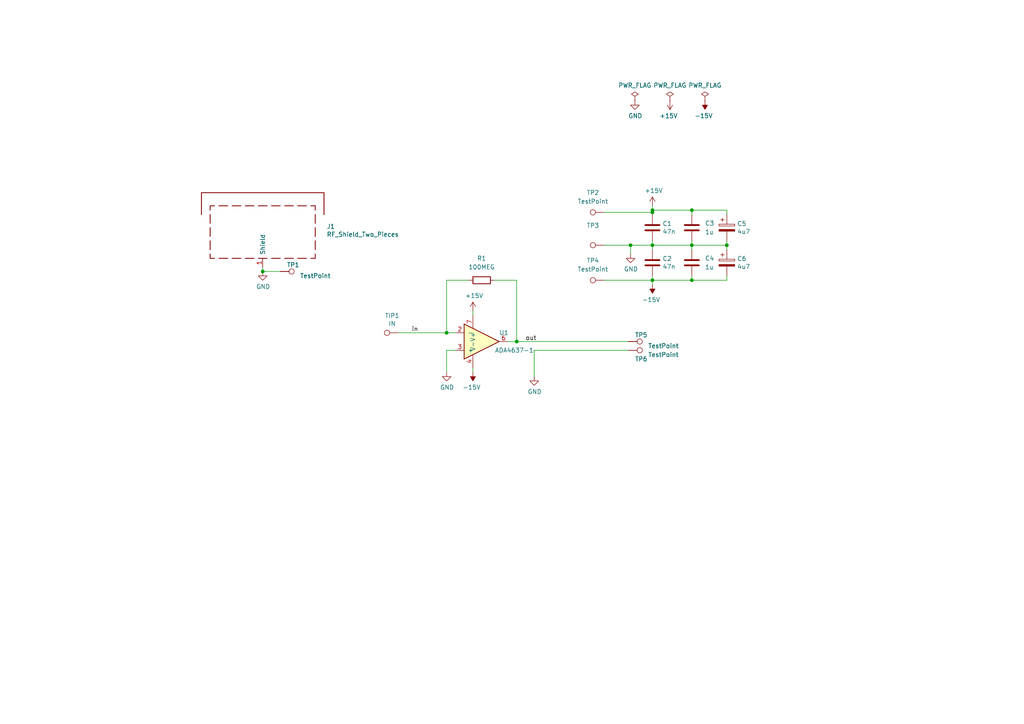
<source format=kicad_sch>
(kicad_sch (version 20230121) (generator eeschema)
  (paper "A4")
  (title_block (title "500 EUR STM Preamplifier") (date "2023-07-11") (rev "1.0") (company "mintlabs, Uni Regensburg") (comment 1 "Peter Dirnhofer, based on github jherkenhof/STM"))
  (lib_symbols
    (symbol "Connector:TestPoint" (pin_numbers hide) (pin_names (offset 0.762) hide)
      (property "Reference" "TP" (at 0 6.858 0))
      (property "Value" "TestPoint" (at 0 5.08 0))
      (symbol "TestPoint_0_1"
        (circle (center 0 3.302) (radius 0.762))
      )
      (symbol "TestPoint_1_1"
        (pin passive line (at 0 0 90) (length 2.54) (name "1") (number "1"))
      )
    )
    (symbol "Device:C" (pin_numbers hide) (pin_names (offset 0.254))
      (property "Reference" "C" (at 0.635 2.54 0))
      (property "Value" "C" (at 0.635 -2.54 0))
      (symbol "C_0_1"
        (polyline (pts (xy -2.032 -0.762) (xy 2.032 -0.762)) (stroke (width 0.508)))
        (polyline (pts (xy -2.032 0.762) (xy 2.032 0.762)) (stroke (width 0.508)))
      )
      (symbol "C_1_1"
        (pin passive line (at 0 3.81 270) (length 2.794) (name "~") (number "1"))
        (pin passive line (at 0 -3.81 90) (length 2.794) (name "~") (number "2"))
      )
    )
    (symbol "Device:R" (pin_numbers hide) (pin_names (offset 0))
      (property "Reference" "R" (at 2.032 0 90))
      (property "Value" "R" (at 0 0 90))
      (symbol "R_0_1"
        (rectangle (start -1.016 -2.54) (end 1.016 2.54) (stroke (width 0.254)))
      )
      (symbol "R_1_1"
        (pin passive line (at 0 3.81 270) (length 1.27) (name "~") (number "1"))
        (pin passive line (at 0 -3.81 90) (length 1.27) (name "~") (number "2"))
      )
    )
    (symbol "Tunnelling-Amp-rescue:CP-Device" (pin_numbers hide) (pin_names (offset 0.254))
      (property "Reference" "C" (at 0.635 2.54 0))
      (property "Value" "Device_CP" (at 0.635 -2.54 0))
      (symbol "CP-Device_0_1"
        (rectangle (start -2.286 0.508) (end 2.286 1.016))
        (polyline (pts (xy -1.778 2.286) (xy -0.762 2.286)))
        (polyline (pts (xy -1.27 2.794) (xy -1.27 1.778)))
        (rectangle (start 2.286 -0.508) (end -2.286 -1.016) (fill (type outline)))
      )
      (symbol "CP-Device_1_1"
        (pin passive line (at 0 3.81 270) (length 2.794) (name "~") (number "1"))
        (pin passive line (at 0 -3.81 90) (length 2.794) (name "~") (number "2"))
      )
    )
    (symbol "Tunnelling-Amp-rescue:RF_Shield_Two_Pieces-Device" (pin_names (offset 1.016))
      (property "Reference" "J" (at 0 5.08 0))
      (property "Value" "Device_RF_Shield_Two_Pieces" (at 0 2.54 0))
      (symbol "RF_Shield_Two_Pieces-Device_0_1"
        (polyline (pts (xy -15.24 -5.08) (xy -15.24 -2.54)) (stroke (width 0.254)))
        (polyline (pts (xy -15.24 -1.27) (xy -15.24 1.27)) (stroke (width 0.254)))
        (polyline (pts (xy -15.24 2.54) (xy -15.24 5.08)) (stroke (width 0.254)))
        (polyline (pts (xy -12.7 7.62) (xy -10.16 7.62)) (stroke (width 0.254)))
        (polyline (pts (xy -10.16 -7.62) (xy -12.7 -7.62)) (stroke (width 0.254)))
        (polyline (pts (xy -6.35 -7.62) (xy -8.89 -7.62)) (stroke (width 0.254)))
        (polyline (pts (xy -6.35 7.62) (xy -8.89 7.62)) (stroke (width 0.254)))
        (polyline (pts (xy -2.54 -7.62) (xy -5.08 -7.62)) (stroke (width 0.254)))
        (polyline (pts (xy -2.54 7.62) (xy -5.08 7.62)) (stroke (width 0.254)))
        (polyline (pts (xy -1.27 -7.62) (xy 1.27 -7.62)) (stroke (width 0.254)))
        (polyline (pts (xy 1.27 7.62) (xy -1.27 7.62)) (stroke (width 0.254)))
        (polyline (pts (xy 2.54 -7.62) (xy 5.08 -7.62)) (stroke (width 0.254)))
        (polyline (pts (xy 5.08 7.62) (xy 2.54 7.62)) (stroke (width 0.254)))
        (polyline (pts (xy 6.35 -7.62) (xy 8.89 -7.62)) (stroke (width 0.254)))
        (polyline (pts (xy 8.89 7.62) (xy 6.35 7.62)) (stroke (width 0.254)))
        (polyline (pts (xy 10.16 -7.62) (xy 12.7 -7.62)) (stroke (width 0.254)))
        (polyline (pts (xy 12.7 7.62) (xy 10.16 7.62)) (stroke (width 0.254)))
        (polyline (pts (xy 15.24 -5.08) (xy 15.24 -2.54)) (stroke (width 0.254)))
        (polyline (pts (xy 15.24 -1.27) (xy 15.24 1.27)) (stroke (width 0.254)))
        (polyline (pts (xy 15.24 2.54) (xy 15.24 5.08)) (stroke (width 0.254)))
        (polyline (pts (xy -15.24 6.35) (xy -15.24 7.62) (xy -13.97 7.62)) (stroke (width 0.254)))
        (polyline (pts (xy -13.97 -7.62) (xy -15.24 -7.62) (xy -15.24 -6.35)) (stroke (width 0.254)))
        (polyline (pts (xy 13.97 -7.62) (xy 15.24 -7.62) (xy 15.24 -6.35)) (stroke (width 0.254)))
        (polyline (pts (xy 15.24 6.35) (xy 15.24 7.62) (xy 13.97 7.62)) (stroke (width 0.254)))
        (polyline (pts (xy -17.78 5.08) (xy -17.78 11.43) (xy 17.78 11.43) (xy 17.78 5.08)) (stroke (width 0.254)))
      )
      (symbol "RF_Shield_Two_Pieces-Device_1_1"
        (pin passive line (at 0 -10.16 90) (length 2.54) (name "Shield") (number "1"))
      )
    )
    (symbol "custom:ADA4627-1" (pin_names (offset 1.016))
      (property "Reference" "U" (at 8.89 3.81 0))
      (property "Value" "ADA4627-1" (at 8.89 -3.81 0))
      (symbol "ADA4627-1_1_1"
        (polyline (pts (xy -5.08 5.08) (xy 5.08 0) (xy -5.08 -5.08) (xy -5.08 5.08)) (stroke (width 0.254)) (fill (type background)))
        (pin input line (at -7.62 2.54 0) (length 2.54) (name "-") (number "2"))
        (pin input line (at -7.62 -2.54 0) (length 2.54) (name "+") (number "3"))
        (pin power_in line (at -2.54 -7.62 90) (length 3.81) (name "V-") (number "4"))
        (pin output line (at 7.62 0 180) (length 2.54) (name "~") (number "6"))
        (pin power_in line (at -2.54 7.62 270) (length 3.81) (name "V+") (number "7"))
      )
    )
    (symbol "power:+15V" (power) (pin_names (offset 0))
      (property "Value" "+15V" (at 0 3.556 0))
      (symbol "+15V_0_1"
        (polyline (pts (xy -0.762 1.27) (xy 0 2.54)))
        (polyline (pts (xy 0 0) (xy 0 2.54)))
        (polyline (pts (xy 0 2.54) (xy 0.762 1.27)))
      )
      (symbol "+15V_1_1"
        (pin power_in line (at 0 0 90) (length 0) hide (name "+15V") (number "1"))
      )
    )
    (symbol "power:-15V" (power) (pin_names (offset 0))
      (property "Value" "-15V" (at 0 3.81 0))
      (symbol "-15V_0_0"
        (pin power_in line (at 0 0 90) (length 0) hide (name "-15V") (number "1"))
      )
      (symbol "-15V_0_1"
        (polyline (pts (xy 0 0) (xy 0 1.27) (xy 0.762 1.27) (xy 0 2.54) (xy -0.762 1.27) (xy 0 1.27)) (fill (type outline)))
      )
    )
    (symbol "power:GND" (power) (pin_names (offset 0))
      (property "Value" "GND" (at 0 -3.81 0))
      (symbol "GND_0_1"
        (polyline (pts (xy 0 0) (xy 0 -1.27) (xy 1.27 -1.27) (xy 0 -2.54) (xy -1.27 -1.27) (xy 0 -1.27)))
      )
      (symbol "GND_1_1"
        (pin power_in line (at 0 0 270) (length 0) hide (name "GND") (number "1"))
      )
    )
    (symbol "power:PWR_FLAG" (power) (pin_numbers hide) (pin_names (offset 0) hide)
      (property "Value" "PWR_FLAG" (at 0 3.81 0))
      (symbol "PWR_FLAG_0_0"
        (pin power_out line (at 0 0 90) (length 0) (name "pwr") (number "1"))
      )
      (symbol "PWR_FLAG_0_1"
        (polyline (pts (xy 0 0) (xy 0 1.27) (xy -1.016 1.905) (xy 0 2.54) (xy 1.016 1.905) (xy 0 1.27)))
      )
    )
  )
  (junction (at 76.2 78.74))
  (junction (at 129.54 96.52))
  (junction (at 210.82 71.12))
  (junction (at 189.23 61.595))
  (junction (at 200.66 60.96))
  (junction (at 182.88 71.12))
  (junction (at 200.66 71.12))
  (junction (at 189.23 81.28))
  (junction (at 200.66 81.28))
  (junction (at 189.23 60.96))
  (junction (at 189.23 71.12))
  (junction (at 149.86 99.06))
  (wire (pts (xy 189.23 72.39) (xy 189.23 71.12)))
  (wire (pts (xy 210.82 60.96) (xy 210.82 62.23)))
  (wire (pts (xy 137.16 90.17) (xy 137.16 91.44)))
  (wire (pts (xy 200.66 69.85) (xy 200.66 71.12)))
  (wire (pts (xy 129.54 101.6) (xy 129.54 107.95)))
  (wire (pts (xy 200.66 60.96) (xy 200.66 62.23)))
  (wire (pts (xy 149.86 81.28) (xy 149.86 99.06)))
  (wire (pts (xy 189.23 81.28) (xy 189.23 80.01)))
  (wire (pts (xy 189.23 60.96) (xy 200.66 60.96)))
  (wire (pts (xy 182.88 71.12) (xy 182.88 73.66)))
  (wire (pts (xy 149.86 99.06) (xy 182.245 99.06)))
  (wire (pts (xy 200.66 60.96) (xy 210.82 60.96)))
  (wire (pts (xy 200.66 80.01) (xy 200.66 81.28)))
  (wire (pts (xy 129.54 96.52) (xy 129.54 81.28)))
  (wire (pts (xy 175.26 71.12) (xy 182.88 71.12)))
  (wire (pts (xy 189.23 61.595) (xy 189.23 60.96)))
  (wire (pts (xy 154.94 101.6) (xy 154.94 109.22)))
  (wire (pts (xy 154.94 101.6) (xy 182.245 101.6)))
  (wire (pts (xy 210.82 69.85) (xy 210.82 71.12)))
  (wire (pts (xy 210.82 71.12) (xy 200.66 71.12)))
  (wire (pts (xy 200.66 71.12) (xy 200.66 72.39)))
  (wire (pts (xy 132.08 96.52) (xy 129.54 96.52)))
  (wire (pts (xy 129.54 96.52) (xy 115.57 96.52)))
  (wire (pts (xy 175.26 61.595) (xy 189.23 61.595)))
  (wire (pts (xy 143.51 81.28) (xy 149.86 81.28)))
  (wire (pts (xy 210.82 71.12) (xy 210.82 72.39)))
  (wire (pts (xy 189.23 82.55) (xy 189.23 81.28)))
  (wire (pts (xy 137.16 107.95) (xy 137.16 106.68)))
  (wire (pts (xy 132.08 101.6) (xy 129.54 101.6)))
  (wire (pts (xy 175.26 81.28) (xy 189.23 81.28)))
  (wire (pts (xy 76.2 78.74) (xy 76.2 77.47)))
  (wire (pts (xy 189.23 71.12) (xy 182.88 71.12)))
  (wire (pts (xy 200.66 71.12) (xy 189.23 71.12)))
  (wire (pts (xy 210.82 81.28) (xy 200.66 81.28)))
  (wire (pts (xy 200.66 81.28) (xy 189.23 81.28)))
  (wire (pts (xy 76.2 78.74) (xy 81.28 78.74)))
  (wire (pts (xy 189.23 62.23) (xy 189.23 61.595)))
  (wire (pts (xy 149.86 99.06) (xy 147.32 99.06)))
  (wire (pts (xy 189.23 71.12) (xy 189.23 69.85)))
  (wire (pts (xy 129.54 81.28) (xy 135.89 81.28)))
  (wire (pts (xy 189.23 59.69) (xy 189.23 60.96)))
  (wire (pts (xy 210.82 80.01) (xy 210.82 81.28)))
  (label "in" (at 119.38 96.52 0))
  (label "out" (at 152.4 99.06 0))
  (symbol (lib_id "custom:ADA4627-1") (at 139.7 99.06 0) (unit 1)
    (property "Reference" "U1" (at 144.78 96.52 0) (effects (justify left)))
    (property "Value" "ADA4637-1" (at 143.51 101.6 0) (effects (justify left)))
    (property "Footprint" "custom:SOIC-8_3.9x4.9mm_P1.27mm" (effects hide))
    (property "Digikey" "ADA4637-1ARZ-ND " (effects hide))
  )
  (symbol (lib_id "Device:C") (at 189.23 66.04 0) (unit 1)
    (property "Reference" "C1" (at 192.151 64.8716 0) (effects (justify left)))
    (property "Value" "47n" (at 192.151 67.183 0) (effects (justify left)))
    (property "Footprint" "Capacitor_SMD:C_0805_2012Metric_Pad1.18x1.45mm_HandSolder" (effects hide))
    (property "Reichelt" "KEM X7R0805 47N" (effects hide))
  )
  (symbol (lib_id "power:+15V") (at 137.16 90.17 0) (unit 1)
    (property "Reference" "#PWR03" (effects hide))
    (property "Value" "+15V" (at 137.541 85.7758 0))
  )
  (symbol (lib_id "power:-15V") (at 137.16 107.95 180) (unit 1)
    (property "Reference" "#PWR04" (effects hide))
    (property "Value" "-15V" (at 136.779 112.3442 0))
  )
  (symbol (lib_id "power:GND") (at 129.54 107.95 0) (unit 1)
    (property "Reference" "#PWR02" (effects hide))
    (property "Value" "GND" (at 129.667 112.3442 0))
  )
  (symbol (lib_id "power:-15V") (at 189.23 82.55 180) (unit 1)
    (property "Reference" "#PWR08" (effects hide))
    (property "Value" "-15V" (at 188.849 86.9442 0))
  )
  (symbol (lib_id "power:+15V") (at 189.23 59.69 0) (unit 1)
    (property "Reference" "#PWR07" (effects hide))
    (property "Value" "+15V" (at 189.611 55.2958 0))
  )
  (symbol (lib_id "power:GND") (at 182.88 73.66 0) (unit 1)
    (property "Reference" "#PWR06" (effects hide))
    (property "Value" "GND" (at 183.007 78.0542 0))
  )
  (symbol (lib_id "Connector:TestPoint") (at 115.57 96.52 90) (unit 1)
    (property "Reference" "TIP1" (at 113.7412 91.567 90))
    (property "Value" "IN" (at 113.7412 93.8784 90))
    (property "Footprint" "TestPoint:TestPoint_Pad_2.5x2.5mm" (effects hide))
  )
  (symbol (lib_id "Tunnelling-Amp-rescue:CP-Device") (at 210.82 66.04 0) (unit 1)
    (property "Reference" "C5" (at 213.8172 64.8716 0) (effects (justify left)))
    (property "Value" "4u7" (at 213.8172 67.183 0) (effects (justify left)))
    (property "Footprint" "Capacitor_Tantalum_SMD:CP_EIA-6032-15_Kemet-U" (effects hide))
    (property "Reichelt" "TAJ 6032 4,7/35" (effects hide))
    (property "Digikey" "478-1737-1-ND" (effects hide))
  )
  (symbol (lib_id "Device:C") (at 189.23 76.2 0) (unit 1)
    (property "Reference" "C2" (at 192.151 75.0316 0) (effects (justify left)))
    (property "Value" "47n" (at 192.151 77.343 0) (effects (justify left)))
    (property "Footprint" "Capacitor_SMD:C_0805_2012Metric_Pad1.18x1.45mm_HandSolder" (effects hide))
    (property "Reichelt" "KEM X7R0805 47N" (effects hide))
  )
  (symbol (lib_id "Tunnelling-Amp-rescue:CP-Device") (at 210.82 76.2 0) (unit 1)
    (property "Reference" "C6" (at 213.8172 75.0316 0) (effects (justify left)))
    (property "Value" "4u7" (at 213.8172 77.343 0) (effects (justify left)))
    (property "Footprint" "Capacitor_Tantalum_SMD:CP_EIA-6032-15_Kemet-U" (effects hide))
    (property "Reichelt" "TAJ 6032 4,7/35" (effects hide))
  )
  (symbol (lib_id "Tunnelling-Amp-rescue:RF_Shield_Two_Pieces-Device") (at 76.2 67.31 0) (unit 1)
    (property "Reference" "J1" (at 94.742 65.6844 0) (effects (justify left)))
    (property "Value" "RF_Shield_Two_Pieces" (at 94.742 67.9958 0) (effects (justify left)))
    (property "Footprint" "RF_Shielding:Laird_Technologies_BMI-S-201-F_13.66x12.70mm" (effects hide))
    (property "Datasheet" "http://assets.lairdtech.com/home/brandworld/files/EMI-CAT-Essentials%201213.pdf" (effects hide))
    (property "Digikey" "903-1006-1-ND or 903-1050-1-ND + 903-1013-ND" (effects hide))
  )
  (symbol (lib_id "power:GND") (at 76.2 78.74 0) (unit 1)
    (property "Reference" "#PWR01" (effects hide))
    (property "Value" "GND" (at 76.327 83.1342 0))
  )
  (symbol (lib_id "power:GND") (at 154.94 109.22 0) (unit 1)
    (property "Reference" "#PWR05" (effects hide))
    (property "Value" "GND" (at 155.067 113.6142 0))
  )
  (symbol (lib_id "Connector:TestPoint") (at 175.26 71.12 90) (unit 1)
    (property "Reference" "TP3" (at 171.958 65.405 90))
    (property "Value" "TestPoint" (effects hide))
    (property "Footprint" "TestPoint:TestPoint_Pad_D1.5mm" (effects hide))
  )
  (symbol (lib_id "Connector:TestPoint") (at 175.26 81.28 90) (unit 1)
    (property "Reference" "TP4" (at 171.958 75.565 90))
    (property "Value" "TestPoint" (at 171.958 78.105 90))
    (property "Footprint" "TestPoint:TestPoint_Pad_D1.5mm" (effects hide))
  )
  (symbol (lib_id "Device:R") (at 139.7 81.28 270) (mirror x) (unit 1)
    (property "Reference" "R1" (at 139.7 74.93 90))
    (property "Value" "100MEG" (at 139.7 77.47 90))
    (property "Footprint" "Resistor_SMD:R_1206_3216Metric_Pad1.30x1.75mm_HandSolder" (effects hide))
    (property "Digikey" "13-RC1206JR-07100MLCT-ND" (effects hide))
  )
  (symbol (lib_id "Connector:TestPoint") (at 182.245 101.6 270) (unit 1)
    (property "Reference" "TP6" (at 184.15 104.14 90) (effects (justify left)))
    (property "Value" "TestPoint" (at 187.96 102.87 90) (effects (justify left)))
    (property "Footprint" "TestPoint:TestPoint_Pad_D1.5mm" (effects hide))
  )
  (symbol (lib_id "power:+15V") (at 194.31 29.21 180) (unit 1)
    (property "Reference" "#PWR09" (effects hide))
    (property "Value" "+15V" (at 193.929 33.6042 0))
  )
  (symbol (lib_id "power:PWR_FLAG") (at 194.31 29.21 0) (unit 1)
    (property "Reference" "#FLG01" (effects hide))
    (property "Value" "PWR_FLAG" (at 194.31 24.765 0))
  )
  (symbol (lib_id "Device:C") (at 200.66 76.2 0) (unit 1)
    (property "Reference" "C4" (at 204.47 74.93 0) (effects (justify left)))
    (property "Value" "1u" (at 204.47 77.47 0) (effects (justify left)))
    (property "Footprint" "Capacitor_SMD:C_0805_2012Metric_Pad1.18x1.45mm_HandSolder" (effects hide))
    (property "Reichelt" "X7R-G0805 1,0/50" (effects hide))
  )
  (symbol (lib_id "power:PWR_FLAG") (at 204.47 29.21 0) (unit 1)
    (property "Reference" "#FLG02" (effects hide))
    (property "Value" "PWR_FLAG" (at 204.47 24.765 0))
  )
  (symbol (lib_id "power:PWR_FLAG") (at 184.15 29.21 0) (unit 1)
    (property "Reference" "#FLG03" (effects hide))
    (property "Value" "PWR_FLAG" (at 184.15 24.765 0))
  )
  (symbol (lib_id "power:GND") (at 184.15 29.21 0) (unit 1)
    (property "Reference" "#PWR011" (effects hide))
    (property "Value" "GND" (at 184.277 33.6042 0))
  )
  (symbol (lib_id "Device:C") (at 200.66 66.04 0) (unit 1)
    (property "Reference" "C3" (at 204.47 64.77 0) (effects (justify left)))
    (property "Value" "1u" (at 204.47 67.31 0) (effects (justify left)))
    (property "Footprint" "Capacitor_SMD:C_0805_2012Metric_Pad1.18x1.45mm_HandSolder" (effects hide))
    (property "Reichelt" "X7R-G0805 1,0/50" (effects hide))
  )
  (symbol (lib_id "power:-15V") (at 204.47 29.21 180) (unit 1)
    (property "Reference" "#PWR010" (effects hide))
    (property "Value" "-15V" (at 204.089 33.6042 0))
  )
  (symbol (lib_id "Connector:TestPoint") (at 81.28 78.74 270) (unit 1)
    (property "Reference" "TP1" (at 83.185 76.835 90) (effects (justify left)))
    (property "Value" "TestPoint" (at 86.995 80.01 90) (effects (justify left)))
    (property "Footprint" "TestPoint:TestPoint_Pad_D1.5mm" (effects hide))
  )
  (symbol (lib_id "Connector:TestPoint") (at 182.245 99.06 270) (unit 1)
    (property "Reference" "TP5" (at 184.15 97.155 90) (effects (justify left)))
    (property "Value" "TestPoint" (at 187.96 100.33 90) (effects (justify left)))
    (property "Footprint" "TestPoint:TestPoint_Pad_D1.5mm" (effects hide))
  )
  (symbol (lib_id "Connector:TestPoint") (at 175.26 61.595 90) (unit 1)
    (property "Reference" "TP2" (at 171.958 55.88 90))
    (property "Value" "TestPoint" (at 171.958 58.42 90))
    (property "Footprint" "TestPoint:TestPoint_Pad_D1.5mm" (effects hide))
  )
)
</source>
